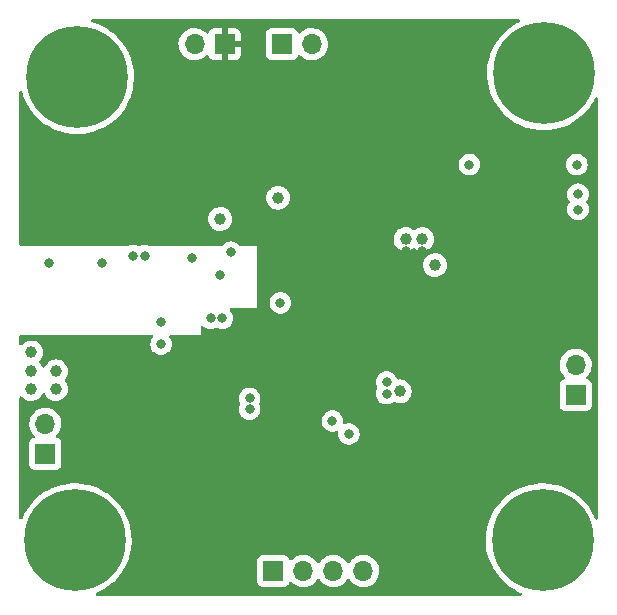
<source format=gbr>
%TF.GenerationSoftware,KiCad,Pcbnew,(6.0.7)*%
%TF.CreationDate,2023-05-29T18:59:42-07:00*%
%TF.ProjectId,STM32F4_Breakout,53544d33-3246-4345-9f42-7265616b6f75,rev?*%
%TF.SameCoordinates,Original*%
%TF.FileFunction,Copper,L3,Inr*%
%TF.FilePolarity,Positive*%
%FSLAX46Y46*%
G04 Gerber Fmt 4.6, Leading zero omitted, Abs format (unit mm)*
G04 Created by KiCad (PCBNEW (6.0.7)) date 2023-05-29 18:59:42*
%MOMM*%
%LPD*%
G01*
G04 APERTURE LIST*
%TA.AperFunction,ComponentPad*%
%ADD10R,1.700000X1.700000*%
%TD*%
%TA.AperFunction,ComponentPad*%
%ADD11O,1.700000X1.700000*%
%TD*%
%TA.AperFunction,ComponentPad*%
%ADD12C,0.900000*%
%TD*%
%TA.AperFunction,ComponentPad*%
%ADD13C,8.600000*%
%TD*%
%TA.AperFunction,ViaPad*%
%ADD14C,0.800000*%
%TD*%
%TA.AperFunction,ViaPad*%
%ADD15C,1.000000*%
%TD*%
G04 APERTURE END LIST*
D10*
%TO.N,VCC*%
%TO.C,J1*%
X63100000Y-77075000D03*
D11*
%TO.N,GND*%
X63100000Y-74535000D03*
%TD*%
D10*
%TO.N,+3V3*%
%TO.C,J3*%
X78275000Y-42400000D03*
D11*
%TO.N,GND*%
X75735000Y-42400000D03*
%TD*%
D12*
%TO.N,GND*%
%TO.C,H2*%
X107480419Y-82119581D03*
X105200000Y-87625000D03*
X101975000Y-84400000D03*
X107480419Y-86680419D03*
D13*
X105200000Y-84400000D03*
D12*
X102919581Y-82119581D03*
X105200000Y-81175000D03*
X102919581Y-86680419D03*
X108425000Y-84400000D03*
%TD*%
D10*
%TO.N,USART1_TX*%
%TO.C,J6*%
X108000000Y-72100000D03*
D11*
%TO.N,USART1_RX*%
X108000000Y-69560000D03*
%TD*%
D12*
%TO.N,GND*%
%TO.C,H3*%
X103039162Y-47160838D03*
X108544581Y-44880419D03*
X107600000Y-47160838D03*
X102094581Y-44880419D03*
X105319581Y-48105419D03*
X107600000Y-42600000D03*
X105319581Y-41655419D03*
D13*
X105319581Y-44880419D03*
D12*
X103039162Y-42600000D03*
%TD*%
D10*
%TO.N,SPI1_CS*%
%TO.C,J5*%
X82400000Y-87000000D03*
D11*
%TO.N,SPI1_SCK*%
X84940000Y-87000000D03*
%TO.N,SPI1_MISO*%
X87480000Y-87000000D03*
%TO.N,SPI1_MOSI*%
X90020000Y-87000000D03*
%TD*%
D12*
%TO.N,GND*%
%TO.C,H4*%
X69025000Y-45200000D03*
X63519581Y-47480419D03*
X68080419Y-42919581D03*
X65800000Y-41975000D03*
D13*
X65800000Y-45200000D03*
D12*
X68080419Y-47480419D03*
X65800000Y-48425000D03*
X62575000Y-45200000D03*
X63519581Y-42919581D03*
%TD*%
%TO.N,GND*%
%TO.C,H1*%
X67880419Y-86680419D03*
X68825000Y-84400000D03*
X63319581Y-86680419D03*
X65600000Y-87625000D03*
X62375000Y-84400000D03*
D13*
X65600000Y-84400000D03*
D12*
X67880419Y-82119581D03*
X65600000Y-81175000D03*
X63319581Y-82119581D03*
%TD*%
D10*
%TO.N,I2C1_SDA*%
%TO.C,J2*%
X83125000Y-42400000D03*
D11*
%TO.N,I2C1_SCL*%
X85665000Y-42400000D03*
%TD*%
D14*
%TO.N,GND*%
X92000000Y-71000000D03*
X108200000Y-55100000D03*
X80400000Y-72400000D03*
D15*
X93600000Y-58900000D03*
D14*
X72900000Y-65900000D03*
X108200000Y-56400000D03*
D15*
X93100000Y-71800000D03*
X61900000Y-68500000D03*
X95000000Y-58900000D03*
D14*
X87400000Y-74300000D03*
D15*
X61900000Y-71600000D03*
D14*
X88800000Y-75400000D03*
D15*
X77900000Y-57200000D03*
D14*
X71500000Y-60300000D03*
X92000000Y-72000000D03*
D15*
X96100000Y-61100000D03*
D14*
X70500000Y-60300000D03*
D15*
X64000000Y-70100000D03*
D14*
X108100000Y-52600000D03*
X78800000Y-60000000D03*
X80400000Y-73300000D03*
D15*
X82800000Y-55400000D03*
D14*
X78100000Y-65600000D03*
X72900000Y-67800000D03*
D15*
X61900000Y-70100000D03*
D14*
X75500000Y-60500000D03*
D15*
X64000000Y-71600000D03*
D14*
X77100000Y-65600000D03*
%TO.N,+3V3*%
X67900000Y-58600000D03*
X78200000Y-68900000D03*
D15*
X80700000Y-55300000D03*
D14*
X90100000Y-73000000D03*
X76800000Y-70300000D03*
X82400000Y-74400000D03*
X82400000Y-75400000D03*
X67900000Y-60900000D03*
X90100000Y-73900000D03*
D15*
X77900000Y-58800000D03*
D14*
X86700000Y-53500000D03*
X95000000Y-59900000D03*
X106200000Y-59400000D03*
X78200000Y-70100000D03*
X63400000Y-58700000D03*
X93600000Y-59900000D03*
X68400000Y-56300000D03*
D15*
X81900000Y-54300000D03*
D14*
X77880356Y-61975111D03*
X83600000Y-53500000D03*
X62700000Y-56400000D03*
X63400000Y-60900000D03*
%TO.N,NRST*%
X83000000Y-64300000D03*
X99000000Y-52600000D03*
%TD*%
%TA.AperFunction,Conductor*%
%TO.N,+3V3*%
G36*
X103245033Y-40328502D02*
G01*
X103291526Y-40382158D01*
X103301630Y-40452432D01*
X103272136Y-40517012D01*
X103229663Y-40548926D01*
X103111942Y-40603196D01*
X103109519Y-40604586D01*
X103109516Y-40604588D01*
X103049429Y-40639070D01*
X102740461Y-40816376D01*
X102738158Y-40817985D01*
X102738151Y-40817990D01*
X102404012Y-41051522D01*
X102389401Y-41061734D01*
X102061542Y-41337328D01*
X101759480Y-41640976D01*
X101485606Y-41970274D01*
X101484012Y-41972581D01*
X101484010Y-41972583D01*
X101368208Y-42140135D01*
X101242089Y-42322613D01*
X101030857Y-42695205D01*
X101029698Y-42697754D01*
X101029696Y-42697758D01*
X101004011Y-42754250D01*
X100853583Y-43085099D01*
X100852661Y-43087725D01*
X100852656Y-43087737D01*
X100777593Y-43301486D01*
X100711670Y-43489209D01*
X100710979Y-43491929D01*
X100710978Y-43491933D01*
X100643279Y-43758500D01*
X100606242Y-43904333D01*
X100538133Y-44327187D01*
X100507883Y-44754420D01*
X100515732Y-45182652D01*
X100561617Y-45608490D01*
X100645175Y-46028563D01*
X100765744Y-46439546D01*
X100766771Y-46442159D01*
X100766771Y-46442160D01*
X100872539Y-46711355D01*
X100922370Y-46838184D01*
X100923625Y-46840695D01*
X101091742Y-47177150D01*
X101113812Y-47221320D01*
X101338555Y-47585921D01*
X101594820Y-47929101D01*
X101596681Y-47931179D01*
X101596682Y-47931180D01*
X101878708Y-48246056D01*
X101878714Y-48246062D01*
X101880576Y-48248141D01*
X102193562Y-48540517D01*
X102531300Y-48803912D01*
X102891114Y-49036241D01*
X102893593Y-49037545D01*
X102893596Y-49037547D01*
X103267658Y-49234351D01*
X103267664Y-49234354D01*
X103270158Y-49235666D01*
X103272756Y-49236750D01*
X103272760Y-49236752D01*
X103662844Y-49399528D01*
X103662849Y-49399530D01*
X103665428Y-49400606D01*
X103668093Y-49401449D01*
X103668099Y-49401451D01*
X103890142Y-49471673D01*
X104073795Y-49529755D01*
X104076525Y-49530358D01*
X104076526Y-49530358D01*
X104194178Y-49556333D01*
X104492027Y-49622092D01*
X104494801Y-49622450D01*
X104494802Y-49622450D01*
X104914041Y-49676528D01*
X104914048Y-49676529D01*
X104916811Y-49676885D01*
X104919598Y-49676995D01*
X104919604Y-49676995D01*
X105167819Y-49686747D01*
X105344784Y-49693700D01*
X105347576Y-49693561D01*
X105347581Y-49693561D01*
X105769753Y-49672544D01*
X105769762Y-49672543D01*
X105772557Y-49672404D01*
X105775334Y-49672016D01*
X105775336Y-49672016D01*
X105849647Y-49661638D01*
X106196744Y-49613166D01*
X106613985Y-49516455D01*
X106827888Y-49446334D01*
X107018325Y-49383906D01*
X107018331Y-49383904D01*
X107020978Y-49383036D01*
X107414499Y-49213966D01*
X107791433Y-49010583D01*
X108148795Y-48774499D01*
X108483756Y-48507581D01*
X108793663Y-48211944D01*
X108795500Y-48209850D01*
X108795508Y-48209841D01*
X109074216Y-47892035D01*
X109076063Y-47889929D01*
X109095250Y-47863666D01*
X109327071Y-47546342D01*
X109328720Y-47544085D01*
X109330637Y-47540901D01*
X109548182Y-47179561D01*
X109548187Y-47179552D01*
X109549633Y-47177150D01*
X109652204Y-46966381D01*
X109699998Y-46913881D01*
X109768588Y-46895555D01*
X109836198Y-46917221D01*
X109881362Y-46972000D01*
X109891500Y-47021517D01*
X109891500Y-82526676D01*
X109871498Y-82594797D01*
X109817842Y-82641290D01*
X109747568Y-82651394D01*
X109682988Y-82621900D01*
X109649473Y-82575807D01*
X109545550Y-82330384D01*
X109545548Y-82330379D01*
X109544456Y-82327801D01*
X109343050Y-81949807D01*
X109108840Y-81591214D01*
X108843680Y-81254860D01*
X108549670Y-80943409D01*
X108547579Y-80941556D01*
X108547571Y-80941548D01*
X108231237Y-80661188D01*
X108231235Y-80661186D01*
X108229137Y-80659327D01*
X107884621Y-80404863D01*
X107691733Y-80287355D01*
X107521237Y-80183487D01*
X107521230Y-80183483D01*
X107518848Y-80182032D01*
X107401514Y-80124169D01*
X107137228Y-79993838D01*
X107134714Y-79992598D01*
X106735262Y-79838062D01*
X106488678Y-79767122D01*
X106326335Y-79720417D01*
X106326329Y-79720415D01*
X106323654Y-79719646D01*
X106320917Y-79719117D01*
X106320911Y-79719115D01*
X106175828Y-79691046D01*
X105903148Y-79638289D01*
X105900374Y-79638005D01*
X105900362Y-79638003D01*
X105617111Y-79608982D01*
X105477076Y-79594634D01*
X105474286Y-79594597D01*
X105474278Y-79594597D01*
X105206825Y-79591096D01*
X105048809Y-79589028D01*
X105046009Y-79589241D01*
X105046008Y-79589241D01*
X104971364Y-79594919D01*
X104621740Y-79621514D01*
X104199249Y-79691836D01*
X104113671Y-79714048D01*
X103787400Y-79798731D01*
X103787389Y-79798734D01*
X103784682Y-79799437D01*
X103526575Y-79891599D01*
X103383964Y-79942520D01*
X103383959Y-79942522D01*
X103381321Y-79943464D01*
X103378781Y-79944635D01*
X103378776Y-79944637D01*
X103276930Y-79991589D01*
X102992361Y-80122777D01*
X102620880Y-80335957D01*
X102618577Y-80337566D01*
X102618570Y-80337571D01*
X102272129Y-80579701D01*
X102269820Y-80581315D01*
X101941961Y-80856909D01*
X101639899Y-81160557D01*
X101366025Y-81489855D01*
X101122508Y-81842194D01*
X100911276Y-82214786D01*
X100734002Y-82604680D01*
X100733080Y-82607306D01*
X100733075Y-82607318D01*
X100719807Y-82645101D01*
X100592089Y-83008790D01*
X100486661Y-83423914D01*
X100418552Y-83846768D01*
X100388302Y-84274001D01*
X100396151Y-84702233D01*
X100442036Y-85128071D01*
X100525594Y-85548144D01*
X100646163Y-85959127D01*
X100647190Y-85961740D01*
X100647190Y-85961741D01*
X100797625Y-86344621D01*
X100802789Y-86357765D01*
X100804044Y-86360276D01*
X100972161Y-86696731D01*
X100994231Y-86740901D01*
X101218974Y-87105502D01*
X101475239Y-87448682D01*
X101477100Y-87450760D01*
X101477101Y-87450761D01*
X101759127Y-87765637D01*
X101759133Y-87765643D01*
X101760995Y-87767722D01*
X102073981Y-88060098D01*
X102411719Y-88323493D01*
X102771533Y-88555822D01*
X102774012Y-88557126D01*
X102774015Y-88557128D01*
X103148077Y-88753932D01*
X103148083Y-88753935D01*
X103150577Y-88755247D01*
X103153175Y-88756331D01*
X103153179Y-88756333D01*
X103375774Y-88849218D01*
X103430938Y-88893911D01*
X103453182Y-88961332D01*
X103435444Y-89030077D01*
X103383356Y-89078320D01*
X103327251Y-89091500D01*
X67474228Y-89091500D01*
X67406107Y-89071498D01*
X67359614Y-89017842D01*
X67349510Y-88947568D01*
X67379004Y-88882988D01*
X67424490Y-88849732D01*
X67425687Y-88849218D01*
X67694918Y-88733547D01*
X68071852Y-88530164D01*
X68429214Y-88294080D01*
X68764175Y-88027162D01*
X68899431Y-87898134D01*
X81041500Y-87898134D01*
X81048255Y-87960316D01*
X81099385Y-88096705D01*
X81186739Y-88213261D01*
X81303295Y-88300615D01*
X81439684Y-88351745D01*
X81501866Y-88358500D01*
X83298134Y-88358500D01*
X83360316Y-88351745D01*
X83496705Y-88300615D01*
X83613261Y-88213261D01*
X83700615Y-88096705D01*
X83722799Y-88037529D01*
X83744598Y-87979382D01*
X83787240Y-87922618D01*
X83853802Y-87897918D01*
X83923150Y-87913126D01*
X83957817Y-87941114D01*
X83986250Y-87973938D01*
X84092113Y-88061827D01*
X84150420Y-88110234D01*
X84158126Y-88116632D01*
X84351000Y-88229338D01*
X84559692Y-88309030D01*
X84564760Y-88310061D01*
X84564763Y-88310062D01*
X84672017Y-88331883D01*
X84778597Y-88353567D01*
X84783772Y-88353757D01*
X84783774Y-88353757D01*
X84996673Y-88361564D01*
X84996677Y-88361564D01*
X85001837Y-88361753D01*
X85006957Y-88361097D01*
X85006959Y-88361097D01*
X85218288Y-88334025D01*
X85218289Y-88334025D01*
X85223416Y-88333368D01*
X85228366Y-88331883D01*
X85432429Y-88270661D01*
X85432434Y-88270659D01*
X85437384Y-88269174D01*
X85637994Y-88170896D01*
X85819860Y-88041173D01*
X85978096Y-87883489D01*
X86108453Y-87702077D01*
X86109776Y-87703028D01*
X86156645Y-87659857D01*
X86226580Y-87647625D01*
X86292026Y-87675144D01*
X86319875Y-87706994D01*
X86379987Y-87805088D01*
X86526250Y-87973938D01*
X86632113Y-88061827D01*
X86690420Y-88110234D01*
X86698126Y-88116632D01*
X86891000Y-88229338D01*
X87099692Y-88309030D01*
X87104760Y-88310061D01*
X87104763Y-88310062D01*
X87212017Y-88331883D01*
X87318597Y-88353567D01*
X87323772Y-88353757D01*
X87323774Y-88353757D01*
X87536673Y-88361564D01*
X87536677Y-88361564D01*
X87541837Y-88361753D01*
X87546957Y-88361097D01*
X87546959Y-88361097D01*
X87758288Y-88334025D01*
X87758289Y-88334025D01*
X87763416Y-88333368D01*
X87768366Y-88331883D01*
X87972429Y-88270661D01*
X87972434Y-88270659D01*
X87977384Y-88269174D01*
X88177994Y-88170896D01*
X88359860Y-88041173D01*
X88518096Y-87883489D01*
X88648453Y-87702077D01*
X88649776Y-87703028D01*
X88696645Y-87659857D01*
X88766580Y-87647625D01*
X88832026Y-87675144D01*
X88859875Y-87706994D01*
X88919987Y-87805088D01*
X89066250Y-87973938D01*
X89172113Y-88061827D01*
X89230420Y-88110234D01*
X89238126Y-88116632D01*
X89431000Y-88229338D01*
X89639692Y-88309030D01*
X89644760Y-88310061D01*
X89644763Y-88310062D01*
X89752017Y-88331883D01*
X89858597Y-88353567D01*
X89863772Y-88353757D01*
X89863774Y-88353757D01*
X90076673Y-88361564D01*
X90076677Y-88361564D01*
X90081837Y-88361753D01*
X90086957Y-88361097D01*
X90086959Y-88361097D01*
X90298288Y-88334025D01*
X90298289Y-88334025D01*
X90303416Y-88333368D01*
X90308366Y-88331883D01*
X90512429Y-88270661D01*
X90512434Y-88270659D01*
X90517384Y-88269174D01*
X90717994Y-88170896D01*
X90899860Y-88041173D01*
X91058096Y-87883489D01*
X91188453Y-87702077D01*
X91209320Y-87659857D01*
X91285136Y-87506453D01*
X91285137Y-87506451D01*
X91287430Y-87501811D01*
X91352370Y-87288069D01*
X91381529Y-87066590D01*
X91383156Y-87000000D01*
X91364852Y-86777361D01*
X91310431Y-86560702D01*
X91221354Y-86355840D01*
X91100014Y-86168277D01*
X90949670Y-86003051D01*
X90945619Y-85999852D01*
X90945615Y-85999848D01*
X90778414Y-85867800D01*
X90778410Y-85867798D01*
X90774359Y-85864598D01*
X90578789Y-85756638D01*
X90573920Y-85754914D01*
X90573916Y-85754912D01*
X90373087Y-85683795D01*
X90373083Y-85683794D01*
X90368212Y-85682069D01*
X90363119Y-85681162D01*
X90363116Y-85681161D01*
X90153373Y-85643800D01*
X90153367Y-85643799D01*
X90148284Y-85642894D01*
X90074452Y-85641992D01*
X89930081Y-85640228D01*
X89930079Y-85640228D01*
X89924911Y-85640165D01*
X89704091Y-85673955D01*
X89491756Y-85743357D01*
X89293607Y-85846507D01*
X89289474Y-85849610D01*
X89289471Y-85849612D01*
X89203753Y-85913971D01*
X89114965Y-85980635D01*
X89111393Y-85984373D01*
X89003729Y-86097037D01*
X88960629Y-86142138D01*
X88853201Y-86299621D01*
X88798293Y-86344621D01*
X88727768Y-86352792D01*
X88664021Y-86321538D01*
X88643324Y-86297054D01*
X88562822Y-86172617D01*
X88562820Y-86172614D01*
X88560014Y-86168277D01*
X88409670Y-86003051D01*
X88405619Y-85999852D01*
X88405615Y-85999848D01*
X88238414Y-85867800D01*
X88238410Y-85867798D01*
X88234359Y-85864598D01*
X88038789Y-85756638D01*
X88033920Y-85754914D01*
X88033916Y-85754912D01*
X87833087Y-85683795D01*
X87833083Y-85683794D01*
X87828212Y-85682069D01*
X87823119Y-85681162D01*
X87823116Y-85681161D01*
X87613373Y-85643800D01*
X87613367Y-85643799D01*
X87608284Y-85642894D01*
X87534452Y-85641992D01*
X87390081Y-85640228D01*
X87390079Y-85640228D01*
X87384911Y-85640165D01*
X87164091Y-85673955D01*
X86951756Y-85743357D01*
X86753607Y-85846507D01*
X86749474Y-85849610D01*
X86749471Y-85849612D01*
X86663753Y-85913971D01*
X86574965Y-85980635D01*
X86571393Y-85984373D01*
X86463729Y-86097037D01*
X86420629Y-86142138D01*
X86313201Y-86299621D01*
X86258293Y-86344621D01*
X86187768Y-86352792D01*
X86124021Y-86321538D01*
X86103324Y-86297054D01*
X86022822Y-86172617D01*
X86022820Y-86172614D01*
X86020014Y-86168277D01*
X85869670Y-86003051D01*
X85865619Y-85999852D01*
X85865615Y-85999848D01*
X85698414Y-85867800D01*
X85698410Y-85867798D01*
X85694359Y-85864598D01*
X85498789Y-85756638D01*
X85493920Y-85754914D01*
X85493916Y-85754912D01*
X85293087Y-85683795D01*
X85293083Y-85683794D01*
X85288212Y-85682069D01*
X85283119Y-85681162D01*
X85283116Y-85681161D01*
X85073373Y-85643800D01*
X85073367Y-85643799D01*
X85068284Y-85642894D01*
X84994452Y-85641992D01*
X84850081Y-85640228D01*
X84850079Y-85640228D01*
X84844911Y-85640165D01*
X84624091Y-85673955D01*
X84411756Y-85743357D01*
X84213607Y-85846507D01*
X84209474Y-85849610D01*
X84209471Y-85849612D01*
X84123753Y-85913971D01*
X84034965Y-85980635D01*
X83978537Y-86039684D01*
X83954283Y-86065064D01*
X83892759Y-86100494D01*
X83821846Y-86097037D01*
X83764060Y-86055791D01*
X83745207Y-86022243D01*
X83703767Y-85911703D01*
X83700615Y-85903295D01*
X83613261Y-85786739D01*
X83496705Y-85699385D01*
X83360316Y-85648255D01*
X83298134Y-85641500D01*
X81501866Y-85641500D01*
X81439684Y-85648255D01*
X81303295Y-85699385D01*
X81186739Y-85786739D01*
X81099385Y-85903295D01*
X81048255Y-86039684D01*
X81041500Y-86101866D01*
X81041500Y-87898134D01*
X68899431Y-87898134D01*
X69074082Y-87731525D01*
X69075919Y-87729431D01*
X69075927Y-87729422D01*
X69354635Y-87411616D01*
X69356482Y-87409510D01*
X69609139Y-87063666D01*
X69610585Y-87061265D01*
X69828601Y-86699142D01*
X69828606Y-86699133D01*
X69830052Y-86696731D01*
X70017471Y-86311611D01*
X70143528Y-85980635D01*
X70168918Y-85913971D01*
X70168920Y-85913964D01*
X70169914Y-85911355D01*
X70286173Y-85499132D01*
X70355433Y-85130822D01*
X70364811Y-85080954D01*
X70364813Y-85080942D01*
X70365327Y-85078207D01*
X70406750Y-84651911D01*
X70412782Y-84421588D01*
X70413289Y-84402234D01*
X70413289Y-84402220D01*
X70413347Y-84400000D01*
X70394291Y-83972121D01*
X70337275Y-83547630D01*
X70308666Y-83421193D01*
X70243368Y-83132618D01*
X70243368Y-83132617D01*
X70242750Y-83129887D01*
X70111463Y-82722202D01*
X69944456Y-82327801D01*
X69743050Y-81949807D01*
X69508840Y-81591214D01*
X69243680Y-81254860D01*
X68949670Y-80943409D01*
X68947579Y-80941556D01*
X68947571Y-80941548D01*
X68631237Y-80661188D01*
X68631235Y-80661186D01*
X68629137Y-80659327D01*
X68284621Y-80404863D01*
X68091733Y-80287355D01*
X67921237Y-80183487D01*
X67921230Y-80183483D01*
X67918848Y-80182032D01*
X67801514Y-80124169D01*
X67537228Y-79993838D01*
X67534714Y-79992598D01*
X67135262Y-79838062D01*
X66888678Y-79767122D01*
X66726335Y-79720417D01*
X66726329Y-79720415D01*
X66723654Y-79719646D01*
X66720917Y-79719117D01*
X66720911Y-79719115D01*
X66575828Y-79691046D01*
X66303148Y-79638289D01*
X66300374Y-79638005D01*
X66300362Y-79638003D01*
X66017111Y-79608982D01*
X65877076Y-79594634D01*
X65874286Y-79594597D01*
X65874278Y-79594597D01*
X65606825Y-79591096D01*
X65448809Y-79589028D01*
X65446009Y-79589241D01*
X65446008Y-79589241D01*
X65371364Y-79594919D01*
X65021740Y-79621514D01*
X64599249Y-79691836D01*
X64513671Y-79714048D01*
X64187400Y-79798731D01*
X64187389Y-79798734D01*
X64184682Y-79799437D01*
X63926575Y-79891599D01*
X63783964Y-79942520D01*
X63783959Y-79942522D01*
X63781321Y-79943464D01*
X63778781Y-79944635D01*
X63778776Y-79944637D01*
X63676930Y-79991589D01*
X63392361Y-80122777D01*
X63020880Y-80335957D01*
X63018577Y-80337566D01*
X63018570Y-80337571D01*
X62672129Y-80579701D01*
X62669820Y-80581315D01*
X62341961Y-80856909D01*
X62039899Y-81160557D01*
X61766025Y-81489855D01*
X61522508Y-81842194D01*
X61311276Y-82214786D01*
X61172913Y-82519101D01*
X61149201Y-82571252D01*
X61102797Y-82624985D01*
X61034710Y-82645101D01*
X60966556Y-82625212D01*
X60919974Y-82571634D01*
X60908500Y-82519101D01*
X60908500Y-74501695D01*
X61737251Y-74501695D01*
X61737548Y-74506848D01*
X61737548Y-74506851D01*
X61749680Y-74717251D01*
X61750110Y-74724715D01*
X61751247Y-74729761D01*
X61751248Y-74729767D01*
X61771119Y-74817939D01*
X61799222Y-74942639D01*
X61883266Y-75149616D01*
X61999987Y-75340088D01*
X62146250Y-75508938D01*
X62150230Y-75512242D01*
X62154981Y-75516187D01*
X62194616Y-75575090D01*
X62196113Y-75646071D01*
X62158997Y-75706593D01*
X62118724Y-75731112D01*
X62003295Y-75774385D01*
X61886739Y-75861739D01*
X61799385Y-75978295D01*
X61748255Y-76114684D01*
X61741500Y-76176866D01*
X61741500Y-77973134D01*
X61748255Y-78035316D01*
X61799385Y-78171705D01*
X61886739Y-78288261D01*
X62003295Y-78375615D01*
X62139684Y-78426745D01*
X62201866Y-78433500D01*
X63998134Y-78433500D01*
X64060316Y-78426745D01*
X64196705Y-78375615D01*
X64313261Y-78288261D01*
X64400615Y-78171705D01*
X64451745Y-78035316D01*
X64458500Y-77973134D01*
X64458500Y-76176866D01*
X64451745Y-76114684D01*
X64400615Y-75978295D01*
X64313261Y-75861739D01*
X64196705Y-75774385D01*
X64184132Y-75769672D01*
X64078203Y-75729960D01*
X64021439Y-75687318D01*
X63996739Y-75620756D01*
X64011947Y-75551408D01*
X64033493Y-75522727D01*
X64134435Y-75422137D01*
X64138096Y-75418489D01*
X64197594Y-75335689D01*
X64265435Y-75241277D01*
X64268453Y-75237077D01*
X64284903Y-75203794D01*
X64365136Y-75041453D01*
X64365137Y-75041451D01*
X64367430Y-75036811D01*
X64426663Y-74841852D01*
X64430865Y-74828023D01*
X64430865Y-74828021D01*
X64432370Y-74823069D01*
X64461529Y-74601590D01*
X64463156Y-74535000D01*
X64444852Y-74312361D01*
X64441747Y-74300000D01*
X86486496Y-74300000D01*
X86506458Y-74489928D01*
X86565473Y-74671556D01*
X86660960Y-74836944D01*
X86788747Y-74978866D01*
X86943248Y-75091118D01*
X86949276Y-75093802D01*
X86949278Y-75093803D01*
X87111681Y-75166109D01*
X87117712Y-75168794D01*
X87211113Y-75188647D01*
X87298056Y-75207128D01*
X87298061Y-75207128D01*
X87304513Y-75208500D01*
X87495487Y-75208500D01*
X87501939Y-75207128D01*
X87501944Y-75207128D01*
X87588887Y-75188647D01*
X87682288Y-75168794D01*
X87688321Y-75166108D01*
X87688327Y-75166106D01*
X87722646Y-75150827D01*
X87793013Y-75141393D01*
X87857310Y-75171500D01*
X87895122Y-75231590D01*
X87899203Y-75279102D01*
X87886496Y-75400000D01*
X87887186Y-75406565D01*
X87898708Y-75516187D01*
X87906458Y-75589928D01*
X87965473Y-75771556D01*
X88060960Y-75936944D01*
X88065378Y-75941851D01*
X88065379Y-75941852D01*
X88105763Y-75986703D01*
X88188747Y-76078866D01*
X88343248Y-76191118D01*
X88349276Y-76193802D01*
X88349278Y-76193803D01*
X88511681Y-76266109D01*
X88517712Y-76268794D01*
X88611113Y-76288647D01*
X88698056Y-76307128D01*
X88698061Y-76307128D01*
X88704513Y-76308500D01*
X88895487Y-76308500D01*
X88901939Y-76307128D01*
X88901944Y-76307128D01*
X88988887Y-76288647D01*
X89082288Y-76268794D01*
X89088319Y-76266109D01*
X89250722Y-76193803D01*
X89250724Y-76193802D01*
X89256752Y-76191118D01*
X89411253Y-76078866D01*
X89494237Y-75986703D01*
X89534621Y-75941852D01*
X89534622Y-75941851D01*
X89539040Y-75936944D01*
X89634527Y-75771556D01*
X89693542Y-75589928D01*
X89701293Y-75516187D01*
X89712814Y-75406565D01*
X89713504Y-75400000D01*
X89693542Y-75210072D01*
X89634527Y-75028444D01*
X89539040Y-74863056D01*
X89411253Y-74721134D01*
X89256752Y-74608882D01*
X89250724Y-74606198D01*
X89250722Y-74606197D01*
X89088319Y-74533891D01*
X89088318Y-74533891D01*
X89082288Y-74531206D01*
X88988887Y-74511353D01*
X88901944Y-74492872D01*
X88901939Y-74492872D01*
X88895487Y-74491500D01*
X88704513Y-74491500D01*
X88698061Y-74492872D01*
X88698056Y-74492872D01*
X88611113Y-74511353D01*
X88517712Y-74531206D01*
X88511679Y-74533892D01*
X88511673Y-74533894D01*
X88477354Y-74549173D01*
X88406987Y-74558607D01*
X88342690Y-74528500D01*
X88304878Y-74468410D01*
X88300797Y-74420898D01*
X88313504Y-74300000D01*
X88293542Y-74110072D01*
X88234527Y-73928444D01*
X88139040Y-73763056D01*
X88058315Y-73673401D01*
X88015675Y-73626045D01*
X88015674Y-73626044D01*
X88011253Y-73621134D01*
X87856752Y-73508882D01*
X87850724Y-73506198D01*
X87850722Y-73506197D01*
X87688319Y-73433891D01*
X87688318Y-73433891D01*
X87682288Y-73431206D01*
X87588887Y-73411353D01*
X87501944Y-73392872D01*
X87501939Y-73392872D01*
X87495487Y-73391500D01*
X87304513Y-73391500D01*
X87298061Y-73392872D01*
X87298056Y-73392872D01*
X87211113Y-73411353D01*
X87117712Y-73431206D01*
X87111682Y-73433891D01*
X87111681Y-73433891D01*
X86949278Y-73506197D01*
X86949276Y-73506198D01*
X86943248Y-73508882D01*
X86788747Y-73621134D01*
X86784326Y-73626044D01*
X86784325Y-73626045D01*
X86741686Y-73673401D01*
X86660960Y-73763056D01*
X86565473Y-73928444D01*
X86506458Y-74110072D01*
X86486496Y-74300000D01*
X64441747Y-74300000D01*
X64390431Y-74095702D01*
X64301354Y-73890840D01*
X64180014Y-73703277D01*
X64029670Y-73538051D01*
X64025619Y-73534852D01*
X64025615Y-73534848D01*
X63858414Y-73402800D01*
X63858410Y-73402798D01*
X63854359Y-73399598D01*
X63839690Y-73391500D01*
X63802136Y-73370769D01*
X63673937Y-73300000D01*
X79486496Y-73300000D01*
X79487186Y-73306565D01*
X79502535Y-73452598D01*
X79506458Y-73489928D01*
X79565473Y-73671556D01*
X79660960Y-73836944D01*
X79665378Y-73841851D01*
X79665379Y-73841852D01*
X79683232Y-73861680D01*
X79788747Y-73978866D01*
X79943248Y-74091118D01*
X79949276Y-74093802D01*
X79949278Y-74093803D01*
X80000560Y-74116635D01*
X80117712Y-74168794D01*
X80211113Y-74188647D01*
X80298056Y-74207128D01*
X80298061Y-74207128D01*
X80304513Y-74208500D01*
X80495487Y-74208500D01*
X80501939Y-74207128D01*
X80501944Y-74207128D01*
X80588887Y-74188647D01*
X80682288Y-74168794D01*
X80799440Y-74116635D01*
X80850722Y-74093803D01*
X80850724Y-74093802D01*
X80856752Y-74091118D01*
X81011253Y-73978866D01*
X81116768Y-73861680D01*
X81134621Y-73841852D01*
X81134622Y-73841851D01*
X81139040Y-73836944D01*
X81234527Y-73671556D01*
X81293542Y-73489928D01*
X81297466Y-73452598D01*
X81312814Y-73306565D01*
X81313504Y-73300000D01*
X81303403Y-73203891D01*
X81294232Y-73116635D01*
X81294232Y-73116633D01*
X81293542Y-73110072D01*
X81234527Y-72928444D01*
X81225611Y-72913001D01*
X81208872Y-72844007D01*
X81225611Y-72786998D01*
X81231224Y-72777277D01*
X81234527Y-72771556D01*
X81293542Y-72589928D01*
X81313504Y-72400000D01*
X81293542Y-72210072D01*
X81234527Y-72028444D01*
X81225137Y-72012179D01*
X81218105Y-72000000D01*
X91086496Y-72000000D01*
X91106458Y-72189928D01*
X91165473Y-72371556D01*
X91260960Y-72536944D01*
X91265378Y-72541851D01*
X91265379Y-72541852D01*
X91316346Y-72598457D01*
X91388747Y-72678866D01*
X91475667Y-72742017D01*
X91524198Y-72777277D01*
X91543248Y-72791118D01*
X91549276Y-72793802D01*
X91549278Y-72793803D01*
X91688960Y-72855993D01*
X91717712Y-72868794D01*
X91811113Y-72888647D01*
X91898056Y-72907128D01*
X91898061Y-72907128D01*
X91904513Y-72908500D01*
X92095487Y-72908500D01*
X92101939Y-72907128D01*
X92101944Y-72907128D01*
X92188887Y-72888647D01*
X92282288Y-72868794D01*
X92311040Y-72855993D01*
X92450722Y-72793803D01*
X92450724Y-72793802D01*
X92456752Y-72791118D01*
X92462093Y-72787237D01*
X92462099Y-72787234D01*
X92543459Y-72728123D01*
X92610326Y-72704264D01*
X92678988Y-72720070D01*
X92694294Y-72728624D01*
X92882392Y-72789740D01*
X93078777Y-72813158D01*
X93084912Y-72812686D01*
X93084914Y-72812686D01*
X93269830Y-72798457D01*
X93269834Y-72798456D01*
X93275972Y-72797984D01*
X93466463Y-72744798D01*
X93471967Y-72742018D01*
X93471969Y-72742017D01*
X93637495Y-72658404D01*
X93637497Y-72658403D01*
X93642996Y-72655625D01*
X93798847Y-72533861D01*
X93908726Y-72406565D01*
X93924049Y-72388813D01*
X93924050Y-72388811D01*
X93928078Y-72384145D01*
X94025769Y-72212179D01*
X94088197Y-72024513D01*
X94112985Y-71828295D01*
X94113380Y-71800000D01*
X94094080Y-71603167D01*
X94036916Y-71413831D01*
X93944066Y-71239204D01*
X93873709Y-71152938D01*
X93822960Y-71090713D01*
X93822957Y-71090710D01*
X93819065Y-71085938D01*
X93814316Y-71082009D01*
X93671425Y-70963799D01*
X93671421Y-70963797D01*
X93666675Y-70959870D01*
X93492701Y-70865802D01*
X93303768Y-70807318D01*
X93297643Y-70806674D01*
X93297642Y-70806674D01*
X93113204Y-70787289D01*
X93113202Y-70787289D01*
X93107075Y-70786645D01*
X93078638Y-70789233D01*
X92992452Y-70797076D01*
X92922799Y-70783330D01*
X92871635Y-70734109D01*
X92861200Y-70710532D01*
X92836568Y-70634726D01*
X92834527Y-70628444D01*
X92739040Y-70463056D01*
X92724707Y-70447137D01*
X92615675Y-70326045D01*
X92615674Y-70326044D01*
X92611253Y-70321134D01*
X92456752Y-70208882D01*
X92450724Y-70206198D01*
X92450722Y-70206197D01*
X92288319Y-70133891D01*
X92288318Y-70133891D01*
X92282288Y-70131206D01*
X92188888Y-70111353D01*
X92101944Y-70092872D01*
X92101939Y-70092872D01*
X92095487Y-70091500D01*
X91904513Y-70091500D01*
X91898061Y-70092872D01*
X91898056Y-70092872D01*
X91811112Y-70111353D01*
X91717712Y-70131206D01*
X91711682Y-70133891D01*
X91711681Y-70133891D01*
X91549278Y-70206197D01*
X91549276Y-70206198D01*
X91543248Y-70208882D01*
X91388747Y-70321134D01*
X91384326Y-70326044D01*
X91384325Y-70326045D01*
X91275294Y-70447137D01*
X91260960Y-70463056D01*
X91165473Y-70628444D01*
X91106458Y-70810072D01*
X91105768Y-70816633D01*
X91105768Y-70816635D01*
X91098484Y-70885938D01*
X91086496Y-71000000D01*
X91087186Y-71006565D01*
X91100400Y-71132285D01*
X91106458Y-71189928D01*
X91165473Y-71371556D01*
X91168776Y-71377278D01*
X91168777Y-71377279D01*
X91203257Y-71437000D01*
X91219995Y-71505995D01*
X91203257Y-71563000D01*
X91165473Y-71628444D01*
X91106458Y-71810072D01*
X91105768Y-71816633D01*
X91105768Y-71816635D01*
X91094287Y-71925875D01*
X91086496Y-72000000D01*
X81218105Y-72000000D01*
X81142341Y-71868774D01*
X81139040Y-71863056D01*
X81097243Y-71816635D01*
X81015675Y-71726045D01*
X81015674Y-71726044D01*
X81011253Y-71721134D01*
X80892327Y-71634729D01*
X80862094Y-71612763D01*
X80862093Y-71612762D01*
X80856752Y-71608882D01*
X80850724Y-71606198D01*
X80850722Y-71606197D01*
X80688319Y-71533891D01*
X80688318Y-71533891D01*
X80682288Y-71531206D01*
X80588887Y-71511353D01*
X80501944Y-71492872D01*
X80501939Y-71492872D01*
X80495487Y-71491500D01*
X80304513Y-71491500D01*
X80298061Y-71492872D01*
X80298056Y-71492872D01*
X80211113Y-71511353D01*
X80117712Y-71531206D01*
X80111682Y-71533891D01*
X80111681Y-71533891D01*
X79949278Y-71606197D01*
X79949276Y-71606198D01*
X79943248Y-71608882D01*
X79937907Y-71612762D01*
X79937906Y-71612763D01*
X79907673Y-71634729D01*
X79788747Y-71721134D01*
X79784326Y-71726044D01*
X79784325Y-71726045D01*
X79702758Y-71816635D01*
X79660960Y-71863056D01*
X79657659Y-71868774D01*
X79574864Y-72012179D01*
X79565473Y-72028444D01*
X79506458Y-72210072D01*
X79486496Y-72400000D01*
X79506458Y-72589928D01*
X79565473Y-72771556D01*
X79568776Y-72777277D01*
X79574389Y-72786998D01*
X79591128Y-72855993D01*
X79574390Y-72913000D01*
X79565473Y-72928444D01*
X79506458Y-73110072D01*
X79505768Y-73116633D01*
X79505768Y-73116635D01*
X79496597Y-73203891D01*
X79486496Y-73300000D01*
X63673937Y-73300000D01*
X63658789Y-73291638D01*
X63653920Y-73289914D01*
X63653916Y-73289912D01*
X63453087Y-73218795D01*
X63453083Y-73218794D01*
X63448212Y-73217069D01*
X63443119Y-73216162D01*
X63443116Y-73216161D01*
X63233373Y-73178800D01*
X63233367Y-73178799D01*
X63228284Y-73177894D01*
X63154452Y-73176992D01*
X63010081Y-73175228D01*
X63010079Y-73175228D01*
X63004911Y-73175165D01*
X62784091Y-73208955D01*
X62571756Y-73278357D01*
X62373607Y-73381507D01*
X62369474Y-73384610D01*
X62369471Y-73384612D01*
X62220842Y-73496206D01*
X62194965Y-73515635D01*
X62040629Y-73677138D01*
X61914743Y-73861680D01*
X61820688Y-74064305D01*
X61760989Y-74279570D01*
X61737251Y-74501695D01*
X60908500Y-74501695D01*
X60908500Y-72334539D01*
X60928502Y-72266418D01*
X60982158Y-72219925D01*
X61052432Y-72209821D01*
X61117012Y-72239315D01*
X61133245Y-72256275D01*
X61167201Y-72299117D01*
X61167207Y-72299123D01*
X61171035Y-72303953D01*
X61175728Y-72307947D01*
X61175729Y-72307948D01*
X61265261Y-72384145D01*
X61321650Y-72432136D01*
X61494294Y-72528624D01*
X61682392Y-72589740D01*
X61878777Y-72613158D01*
X61884912Y-72612686D01*
X61884914Y-72612686D01*
X62069830Y-72598457D01*
X62069834Y-72598456D01*
X62075972Y-72597984D01*
X62266463Y-72544798D01*
X62271967Y-72542018D01*
X62271969Y-72542017D01*
X62437495Y-72458404D01*
X62437497Y-72458403D01*
X62442996Y-72455625D01*
X62598847Y-72333861D01*
X62699251Y-72217542D01*
X62724049Y-72188813D01*
X62724050Y-72188811D01*
X62728078Y-72184145D01*
X62825769Y-72012179D01*
X62830225Y-71998784D01*
X62870707Y-71940459D01*
X62936295Y-71913280D01*
X63006165Y-71925875D01*
X63058135Y-71974245D01*
X63061849Y-71980962D01*
X63145368Y-72143473D01*
X63145373Y-72143481D01*
X63148187Y-72148956D01*
X63271035Y-72303953D01*
X63275728Y-72307947D01*
X63275729Y-72307948D01*
X63365261Y-72384145D01*
X63421650Y-72432136D01*
X63594294Y-72528624D01*
X63782392Y-72589740D01*
X63978777Y-72613158D01*
X63984912Y-72612686D01*
X63984914Y-72612686D01*
X64169830Y-72598457D01*
X64169834Y-72598456D01*
X64175972Y-72597984D01*
X64366463Y-72544798D01*
X64371967Y-72542018D01*
X64371969Y-72542017D01*
X64537495Y-72458404D01*
X64537497Y-72458403D01*
X64542996Y-72455625D01*
X64698847Y-72333861D01*
X64799251Y-72217542D01*
X64824049Y-72188813D01*
X64824050Y-72188811D01*
X64828078Y-72184145D01*
X64925769Y-72012179D01*
X64988197Y-71824513D01*
X65012985Y-71628295D01*
X65013256Y-71608882D01*
X65013331Y-71603523D01*
X65013331Y-71603520D01*
X65013380Y-71600000D01*
X64994080Y-71403167D01*
X64936916Y-71213831D01*
X64844066Y-71039204D01*
X64754226Y-70929049D01*
X64726672Y-70863618D01*
X64738867Y-70793677D01*
X64756488Y-70767083D01*
X64824049Y-70688813D01*
X64824050Y-70688811D01*
X64828078Y-70684145D01*
X64925769Y-70512179D01*
X64988197Y-70324513D01*
X65012985Y-70128295D01*
X65013380Y-70100000D01*
X64994080Y-69903167D01*
X64936916Y-69713831D01*
X64844066Y-69539204D01*
X64833864Y-69526695D01*
X106637251Y-69526695D01*
X106637548Y-69531848D01*
X106637548Y-69531851D01*
X106643011Y-69626590D01*
X106650110Y-69749715D01*
X106651247Y-69754761D01*
X106651248Y-69754767D01*
X106658080Y-69785080D01*
X106699222Y-69967639D01*
X106783266Y-70174616D01*
X106834019Y-70257438D01*
X106875123Y-70324513D01*
X106899987Y-70365088D01*
X107046250Y-70533938D01*
X107050230Y-70537242D01*
X107054981Y-70541187D01*
X107094616Y-70600090D01*
X107096113Y-70671071D01*
X107058997Y-70731593D01*
X107018724Y-70756112D01*
X106903295Y-70799385D01*
X106786739Y-70886739D01*
X106699385Y-71003295D01*
X106648255Y-71139684D01*
X106641500Y-71201866D01*
X106641500Y-72998134D01*
X106648255Y-73060316D01*
X106699385Y-73196705D01*
X106786739Y-73313261D01*
X106903295Y-73400615D01*
X107039684Y-73451745D01*
X107101866Y-73458500D01*
X108898134Y-73458500D01*
X108960316Y-73451745D01*
X109096705Y-73400615D01*
X109213261Y-73313261D01*
X109300615Y-73196705D01*
X109351745Y-73060316D01*
X109358500Y-72998134D01*
X109358500Y-71201866D01*
X109351745Y-71139684D01*
X109300615Y-71003295D01*
X109213261Y-70886739D01*
X109096705Y-70799385D01*
X109064439Y-70787289D01*
X108978203Y-70754960D01*
X108921439Y-70712318D01*
X108896739Y-70645756D01*
X108911947Y-70576408D01*
X108933493Y-70547727D01*
X108963784Y-70517542D01*
X109038096Y-70443489D01*
X109097594Y-70360689D01*
X109165435Y-70266277D01*
X109168453Y-70262077D01*
X109192826Y-70212763D01*
X109265136Y-70066453D01*
X109265137Y-70066451D01*
X109267430Y-70061811D01*
X109332370Y-69848069D01*
X109361529Y-69626590D01*
X109363156Y-69560000D01*
X109344852Y-69337361D01*
X109290431Y-69120702D01*
X109201354Y-68915840D01*
X109080014Y-68728277D01*
X108929670Y-68563051D01*
X108925619Y-68559852D01*
X108925615Y-68559848D01*
X108758414Y-68427800D01*
X108758410Y-68427798D01*
X108754359Y-68424598D01*
X108558789Y-68316638D01*
X108553920Y-68314914D01*
X108553916Y-68314912D01*
X108353087Y-68243795D01*
X108353083Y-68243794D01*
X108348212Y-68242069D01*
X108343119Y-68241162D01*
X108343116Y-68241161D01*
X108133373Y-68203800D01*
X108133367Y-68203799D01*
X108128284Y-68202894D01*
X108054452Y-68201992D01*
X107910081Y-68200228D01*
X107910079Y-68200228D01*
X107904911Y-68200165D01*
X107684091Y-68233955D01*
X107471756Y-68303357D01*
X107273607Y-68406507D01*
X107269474Y-68409610D01*
X107269471Y-68409612D01*
X107111400Y-68528295D01*
X107094965Y-68540635D01*
X106940629Y-68702138D01*
X106937715Y-68706410D01*
X106937714Y-68706411D01*
X106925404Y-68724457D01*
X106814743Y-68886680D01*
X106799003Y-68920590D01*
X106725572Y-69078784D01*
X106720688Y-69089305D01*
X106660989Y-69304570D01*
X106637251Y-69526695D01*
X64833864Y-69526695D01*
X64769207Y-69447418D01*
X64722960Y-69390713D01*
X64722957Y-69390710D01*
X64719065Y-69385938D01*
X64712724Y-69380692D01*
X64571425Y-69263799D01*
X64571421Y-69263797D01*
X64566675Y-69259870D01*
X64392701Y-69165802D01*
X64203768Y-69107318D01*
X64197643Y-69106674D01*
X64197642Y-69106674D01*
X64013204Y-69087289D01*
X64013202Y-69087289D01*
X64007075Y-69086645D01*
X63924576Y-69094153D01*
X63816251Y-69104011D01*
X63816248Y-69104012D01*
X63810112Y-69104570D01*
X63804206Y-69106308D01*
X63804202Y-69106309D01*
X63757939Y-69119925D01*
X63620381Y-69160410D01*
X63614923Y-69163263D01*
X63614919Y-69163265D01*
X63546342Y-69199117D01*
X63445110Y-69252040D01*
X63290975Y-69375968D01*
X63163846Y-69527474D01*
X63160879Y-69532872D01*
X63160875Y-69532877D01*
X63071535Y-69695388D01*
X63068567Y-69700787D01*
X63066703Y-69706664D01*
X63065810Y-69708747D01*
X63020592Y-69763482D01*
X62952960Y-69785080D01*
X62884388Y-69766686D01*
X62837189Y-69714736D01*
X62836916Y-69713831D01*
X62744066Y-69539204D01*
X62638617Y-69409911D01*
X62622953Y-69390705D01*
X62622952Y-69390704D01*
X62619065Y-69385938D01*
X62618867Y-69385774D01*
X62586034Y-69325137D01*
X62591350Y-69254340D01*
X62613865Y-69216463D01*
X62728078Y-69084145D01*
X62825769Y-68912179D01*
X62888197Y-68724513D01*
X62912985Y-68528295D01*
X62913380Y-68500000D01*
X62894080Y-68303167D01*
X62836916Y-68113831D01*
X62744066Y-67939204D01*
X62630534Y-67800000D01*
X62622960Y-67790713D01*
X62622957Y-67790710D01*
X62619065Y-67785938D01*
X62612719Y-67780688D01*
X62471425Y-67663799D01*
X62471421Y-67663797D01*
X62466675Y-67659870D01*
X62292701Y-67565802D01*
X62103768Y-67507318D01*
X62097643Y-67506674D01*
X62097642Y-67506674D01*
X61913204Y-67487289D01*
X61913202Y-67487289D01*
X61907075Y-67486645D01*
X61824576Y-67494153D01*
X61716251Y-67504011D01*
X61716248Y-67504012D01*
X61710112Y-67504570D01*
X61704206Y-67506308D01*
X61704202Y-67506309D01*
X61599076Y-67537249D01*
X61520381Y-67560410D01*
X61514923Y-67563263D01*
X61514919Y-67563265D01*
X61425387Y-67610072D01*
X61345110Y-67652040D01*
X61190975Y-67775968D01*
X61131019Y-67847420D01*
X61071912Y-67886745D01*
X61000924Y-67887871D01*
X60940596Y-67850440D01*
X60910083Y-67786335D01*
X60908500Y-67766427D01*
X60908500Y-67126000D01*
X60928502Y-67057879D01*
X60982158Y-67011386D01*
X61034500Y-67000000D01*
X72114817Y-67000000D01*
X72182938Y-67020002D01*
X72229431Y-67073658D01*
X72239535Y-67143932D01*
X72208454Y-67210308D01*
X72160960Y-67263056D01*
X72065473Y-67428444D01*
X72006458Y-67610072D01*
X71986496Y-67800000D01*
X71987186Y-67806565D01*
X72001699Y-67944645D01*
X72006458Y-67989928D01*
X72065473Y-68171556D01*
X72068776Y-68177278D01*
X72068777Y-68177279D01*
X72083530Y-68202831D01*
X72160960Y-68336944D01*
X72165378Y-68341851D01*
X72165379Y-68341852D01*
X72239884Y-68424598D01*
X72288747Y-68478866D01*
X72443248Y-68591118D01*
X72449276Y-68593802D01*
X72449278Y-68593803D01*
X72611681Y-68666109D01*
X72617712Y-68668794D01*
X72711112Y-68688647D01*
X72798056Y-68707128D01*
X72798061Y-68707128D01*
X72804513Y-68708500D01*
X72995487Y-68708500D01*
X73001939Y-68707128D01*
X73001944Y-68707128D01*
X73088888Y-68688647D01*
X73182288Y-68668794D01*
X73188319Y-68666109D01*
X73350722Y-68593803D01*
X73350724Y-68593802D01*
X73356752Y-68591118D01*
X73511253Y-68478866D01*
X73560116Y-68424598D01*
X73634621Y-68341852D01*
X73634622Y-68341851D01*
X73639040Y-68336944D01*
X73716470Y-68202831D01*
X73731223Y-68177279D01*
X73731224Y-68177278D01*
X73734527Y-68171556D01*
X73793542Y-67989928D01*
X73798302Y-67944645D01*
X73812814Y-67806565D01*
X73813504Y-67800000D01*
X73793542Y-67610072D01*
X73734527Y-67428444D01*
X73639040Y-67263056D01*
X73591546Y-67210308D01*
X73560830Y-67146303D01*
X73569593Y-67075850D01*
X73615056Y-67021318D01*
X73685183Y-67000000D01*
X76250000Y-67000000D01*
X76250000Y-66341951D01*
X76270002Y-66273830D01*
X76323658Y-66227337D01*
X76393932Y-66217233D01*
X76458512Y-66246727D01*
X76469636Y-66257641D01*
X76484213Y-66273830D01*
X76488747Y-66278866D01*
X76575576Y-66341951D01*
X76600000Y-66359696D01*
X76643248Y-66391118D01*
X76649276Y-66393802D01*
X76649278Y-66393803D01*
X76651248Y-66394680D01*
X76817712Y-66468794D01*
X76911112Y-66488647D01*
X76998056Y-66507128D01*
X76998061Y-66507128D01*
X77004513Y-66508500D01*
X77195487Y-66508500D01*
X77201939Y-66507128D01*
X77201944Y-66507128D01*
X77288888Y-66488647D01*
X77382288Y-66468794D01*
X77548752Y-66394680D01*
X77619118Y-66385246D01*
X77651247Y-66394680D01*
X77817712Y-66468794D01*
X77911112Y-66488647D01*
X77998056Y-66507128D01*
X77998061Y-66507128D01*
X78004513Y-66508500D01*
X78195487Y-66508500D01*
X78201939Y-66507128D01*
X78201944Y-66507128D01*
X78288888Y-66488647D01*
X78382288Y-66468794D01*
X78548752Y-66394680D01*
X78550722Y-66393803D01*
X78550724Y-66393802D01*
X78556752Y-66391118D01*
X78600001Y-66359696D01*
X78624424Y-66341951D01*
X78711253Y-66278866D01*
X78715675Y-66273955D01*
X78834621Y-66141852D01*
X78834622Y-66141851D01*
X78839040Y-66136944D01*
X78934527Y-65971556D01*
X78993542Y-65789928D01*
X79013504Y-65600000D01*
X78993542Y-65410072D01*
X78934527Y-65228444D01*
X78839040Y-65063056D01*
X78746527Y-64960310D01*
X78715810Y-64896303D01*
X78724574Y-64825849D01*
X78770036Y-64771318D01*
X78840163Y-64750000D01*
X81000000Y-64750000D01*
X81000000Y-64300000D01*
X82086496Y-64300000D01*
X82106458Y-64489928D01*
X82165473Y-64671556D01*
X82260960Y-64836944D01*
X82388747Y-64978866D01*
X82543248Y-65091118D01*
X82549276Y-65093802D01*
X82549278Y-65093803D01*
X82711681Y-65166109D01*
X82717712Y-65168794D01*
X82811112Y-65188647D01*
X82898056Y-65207128D01*
X82898061Y-65207128D01*
X82904513Y-65208500D01*
X83095487Y-65208500D01*
X83101939Y-65207128D01*
X83101944Y-65207128D01*
X83188888Y-65188647D01*
X83282288Y-65168794D01*
X83288319Y-65166109D01*
X83450722Y-65093803D01*
X83450724Y-65093802D01*
X83456752Y-65091118D01*
X83611253Y-64978866D01*
X83739040Y-64836944D01*
X83834527Y-64671556D01*
X83893542Y-64489928D01*
X83913504Y-64300000D01*
X83893542Y-64110072D01*
X83834527Y-63928444D01*
X83739040Y-63763056D01*
X83611253Y-63621134D01*
X83456752Y-63508882D01*
X83450724Y-63506198D01*
X83450722Y-63506197D01*
X83288319Y-63433891D01*
X83288318Y-63433891D01*
X83282288Y-63431206D01*
X83188887Y-63411353D01*
X83101944Y-63392872D01*
X83101939Y-63392872D01*
X83095487Y-63391500D01*
X82904513Y-63391500D01*
X82898061Y-63392872D01*
X82898056Y-63392872D01*
X82811113Y-63411353D01*
X82717712Y-63431206D01*
X82711682Y-63433891D01*
X82711681Y-63433891D01*
X82549278Y-63506197D01*
X82549276Y-63506198D01*
X82543248Y-63508882D01*
X82388747Y-63621134D01*
X82260960Y-63763056D01*
X82165473Y-63928444D01*
X82106458Y-64110072D01*
X82086496Y-64300000D01*
X81000000Y-64300000D01*
X81000000Y-61085851D01*
X95086719Y-61085851D01*
X95103268Y-61282934D01*
X95104967Y-61288858D01*
X95139274Y-61408500D01*
X95157783Y-61473050D01*
X95248187Y-61648956D01*
X95371035Y-61803953D01*
X95521650Y-61932136D01*
X95694294Y-62028624D01*
X95882392Y-62089740D01*
X96078777Y-62113158D01*
X96084912Y-62112686D01*
X96084914Y-62112686D01*
X96269830Y-62098457D01*
X96269834Y-62098456D01*
X96275972Y-62097984D01*
X96466463Y-62044798D01*
X96471967Y-62042018D01*
X96471969Y-62042017D01*
X96637495Y-61958404D01*
X96637497Y-61958403D01*
X96642996Y-61955625D01*
X96798847Y-61833861D01*
X96928078Y-61684145D01*
X97025769Y-61512179D01*
X97088197Y-61324513D01*
X97112985Y-61128295D01*
X97113380Y-61100000D01*
X97094080Y-60903167D01*
X97036916Y-60713831D01*
X96944066Y-60539204D01*
X96873709Y-60452938D01*
X96822960Y-60390713D01*
X96822957Y-60390710D01*
X96819065Y-60385938D01*
X96812724Y-60380692D01*
X96671425Y-60263799D01*
X96671421Y-60263797D01*
X96666675Y-60259870D01*
X96492701Y-60165802D01*
X96303768Y-60107318D01*
X96297643Y-60106674D01*
X96297642Y-60106674D01*
X96113204Y-60087289D01*
X96113202Y-60087289D01*
X96107075Y-60086645D01*
X96024576Y-60094153D01*
X95916251Y-60104011D01*
X95916248Y-60104012D01*
X95910112Y-60104570D01*
X95904206Y-60106308D01*
X95904202Y-60106309D01*
X95799076Y-60137249D01*
X95720381Y-60160410D01*
X95714923Y-60163263D01*
X95714919Y-60163265D01*
X95624147Y-60210720D01*
X95545110Y-60252040D01*
X95390975Y-60375968D01*
X95263846Y-60527474D01*
X95260879Y-60532872D01*
X95260875Y-60532877D01*
X95257397Y-60539204D01*
X95168567Y-60700787D01*
X95166706Y-60706654D01*
X95166705Y-60706656D01*
X95139912Y-60791118D01*
X95108765Y-60889306D01*
X95086719Y-61085851D01*
X81000000Y-61085851D01*
X81000000Y-59500000D01*
X79628403Y-59500000D01*
X79560282Y-59479998D01*
X79534770Y-59458313D01*
X79411253Y-59321134D01*
X79256752Y-59208882D01*
X79250724Y-59206198D01*
X79250722Y-59206197D01*
X79088319Y-59133891D01*
X79088318Y-59133891D01*
X79082288Y-59131206D01*
X78988888Y-59111353D01*
X78901944Y-59092872D01*
X78901939Y-59092872D01*
X78895487Y-59091500D01*
X78704513Y-59091500D01*
X78698061Y-59092872D01*
X78698056Y-59092872D01*
X78611112Y-59111353D01*
X78517712Y-59131206D01*
X78511682Y-59133891D01*
X78511681Y-59133891D01*
X78349278Y-59206197D01*
X78349276Y-59206198D01*
X78343248Y-59208882D01*
X78188747Y-59321134D01*
X78065232Y-59458312D01*
X78004787Y-59495550D01*
X77971597Y-59500000D01*
X71963585Y-59500000D01*
X71912337Y-59489107D01*
X71788324Y-59433893D01*
X71788321Y-59433892D01*
X71782288Y-59431206D01*
X71740660Y-59422358D01*
X71601944Y-59392872D01*
X71601939Y-59392872D01*
X71595487Y-59391500D01*
X71404513Y-59391500D01*
X71398061Y-59392872D01*
X71398056Y-59392872D01*
X71259340Y-59422358D01*
X71217712Y-59431206D01*
X71211679Y-59433892D01*
X71211676Y-59433893D01*
X71087663Y-59489107D01*
X71036415Y-59500000D01*
X70963585Y-59500000D01*
X70912337Y-59489107D01*
X70788324Y-59433893D01*
X70788321Y-59433892D01*
X70782288Y-59431206D01*
X70740660Y-59422358D01*
X70601944Y-59392872D01*
X70601939Y-59392872D01*
X70595487Y-59391500D01*
X70404513Y-59391500D01*
X70398061Y-59392872D01*
X70398056Y-59392872D01*
X70259340Y-59422358D01*
X70217712Y-59431206D01*
X70211679Y-59433892D01*
X70211676Y-59433893D01*
X70087663Y-59489107D01*
X70036415Y-59500000D01*
X61034500Y-59500000D01*
X60966379Y-59479998D01*
X60919886Y-59426342D01*
X60908500Y-59374000D01*
X60908500Y-58885851D01*
X92586719Y-58885851D01*
X92603268Y-59082934D01*
X92657783Y-59273050D01*
X92660602Y-59278535D01*
X92740446Y-59433893D01*
X92748187Y-59448956D01*
X92871035Y-59603953D01*
X92875728Y-59607947D01*
X92875729Y-59607948D01*
X92994327Y-59708882D01*
X93021650Y-59732136D01*
X93194294Y-59828624D01*
X93382392Y-59889740D01*
X93578777Y-59913158D01*
X93584912Y-59912686D01*
X93584914Y-59912686D01*
X93769830Y-59898457D01*
X93769834Y-59898456D01*
X93775972Y-59897984D01*
X93966463Y-59844798D01*
X93971967Y-59842018D01*
X93971969Y-59842017D01*
X94137495Y-59758404D01*
X94137497Y-59758403D01*
X94142996Y-59755625D01*
X94221692Y-59694141D01*
X94287685Y-59667965D01*
X94357355Y-59681623D01*
X94380925Y-59697477D01*
X94421650Y-59732136D01*
X94594294Y-59828624D01*
X94782392Y-59889740D01*
X94978777Y-59913158D01*
X94984912Y-59912686D01*
X94984914Y-59912686D01*
X95169830Y-59898457D01*
X95169834Y-59898456D01*
X95175972Y-59897984D01*
X95366463Y-59844798D01*
X95371967Y-59842018D01*
X95371969Y-59842017D01*
X95537495Y-59758404D01*
X95537497Y-59758403D01*
X95542996Y-59755625D01*
X95698847Y-59633861D01*
X95806726Y-59508882D01*
X95824049Y-59488813D01*
X95824050Y-59488811D01*
X95828078Y-59484145D01*
X95925769Y-59312179D01*
X95988197Y-59124513D01*
X96012985Y-58928295D01*
X96013380Y-58900000D01*
X95994080Y-58703167D01*
X95936916Y-58513831D01*
X95844066Y-58339204D01*
X95773709Y-58252938D01*
X95722960Y-58190713D01*
X95722957Y-58190710D01*
X95719065Y-58185938D01*
X95712724Y-58180692D01*
X95571425Y-58063799D01*
X95571421Y-58063797D01*
X95566675Y-58059870D01*
X95392701Y-57965802D01*
X95203768Y-57907318D01*
X95197643Y-57906674D01*
X95197642Y-57906674D01*
X95013204Y-57887289D01*
X95013202Y-57887289D01*
X95007075Y-57886645D01*
X94924576Y-57894153D01*
X94816251Y-57904011D01*
X94816248Y-57904012D01*
X94810112Y-57904570D01*
X94804206Y-57906308D01*
X94804202Y-57906309D01*
X94726435Y-57929197D01*
X94620381Y-57960410D01*
X94614923Y-57963263D01*
X94614919Y-57963265D01*
X94524147Y-58010720D01*
X94445110Y-58052040D01*
X94379193Y-58105038D01*
X94313575Y-58132134D01*
X94243720Y-58119451D01*
X94219928Y-58103925D01*
X94171424Y-58063799D01*
X94166675Y-58059870D01*
X93992701Y-57965802D01*
X93803768Y-57907318D01*
X93797643Y-57906674D01*
X93797642Y-57906674D01*
X93613204Y-57887289D01*
X93613202Y-57887289D01*
X93607075Y-57886645D01*
X93524576Y-57894153D01*
X93416251Y-57904011D01*
X93416248Y-57904012D01*
X93410112Y-57904570D01*
X93404206Y-57906308D01*
X93404202Y-57906309D01*
X93326435Y-57929197D01*
X93220381Y-57960410D01*
X93214923Y-57963263D01*
X93214919Y-57963265D01*
X93124147Y-58010720D01*
X93045110Y-58052040D01*
X92890975Y-58175968D01*
X92887011Y-58180692D01*
X92879419Y-58189740D01*
X92763846Y-58327474D01*
X92760879Y-58332872D01*
X92760875Y-58332877D01*
X92757397Y-58339204D01*
X92668567Y-58500787D01*
X92666706Y-58506654D01*
X92666705Y-58506656D01*
X92610627Y-58683436D01*
X92608765Y-58689306D01*
X92586719Y-58885851D01*
X60908500Y-58885851D01*
X60908500Y-57185851D01*
X76886719Y-57185851D01*
X76887235Y-57191995D01*
X76896903Y-57307128D01*
X76903268Y-57382934D01*
X76957783Y-57573050D01*
X77048187Y-57748956D01*
X77171035Y-57903953D01*
X77175728Y-57907947D01*
X77175729Y-57907948D01*
X77243708Y-57965802D01*
X77321650Y-58032136D01*
X77494294Y-58128624D01*
X77682392Y-58189740D01*
X77878777Y-58213158D01*
X77884912Y-58212686D01*
X77884914Y-58212686D01*
X78069830Y-58198457D01*
X78069834Y-58198456D01*
X78075972Y-58197984D01*
X78266463Y-58144798D01*
X78271967Y-58142018D01*
X78271969Y-58142017D01*
X78437495Y-58058404D01*
X78437497Y-58058403D01*
X78442996Y-58055625D01*
X78598847Y-57933861D01*
X78728078Y-57784145D01*
X78825769Y-57612179D01*
X78888197Y-57424513D01*
X78912985Y-57228295D01*
X78913380Y-57200000D01*
X78894080Y-57003167D01*
X78836916Y-56813831D01*
X78744066Y-56639204D01*
X78673709Y-56552938D01*
X78622960Y-56490713D01*
X78622957Y-56490710D01*
X78619065Y-56485938D01*
X78612724Y-56480692D01*
X78471425Y-56363799D01*
X78471421Y-56363797D01*
X78466675Y-56359870D01*
X78292701Y-56265802D01*
X78103768Y-56207318D01*
X78097643Y-56206674D01*
X78097642Y-56206674D01*
X77913204Y-56187289D01*
X77913202Y-56187289D01*
X77907075Y-56186645D01*
X77824576Y-56194153D01*
X77716251Y-56204011D01*
X77716248Y-56204012D01*
X77710112Y-56204570D01*
X77704206Y-56206308D01*
X77704202Y-56206309D01*
X77616449Y-56232136D01*
X77520381Y-56260410D01*
X77514923Y-56263263D01*
X77514919Y-56263265D01*
X77424147Y-56310720D01*
X77345110Y-56352040D01*
X77190975Y-56475968D01*
X77063846Y-56627474D01*
X77060879Y-56632872D01*
X77060875Y-56632877D01*
X77057397Y-56639204D01*
X76968567Y-56800787D01*
X76966706Y-56806654D01*
X76966705Y-56806656D01*
X76927189Y-56931226D01*
X76908765Y-56989306D01*
X76886719Y-57185851D01*
X60908500Y-57185851D01*
X60908500Y-55385851D01*
X81786719Y-55385851D01*
X81803268Y-55582934D01*
X81804967Y-55588858D01*
X81851174Y-55750000D01*
X81857783Y-55773050D01*
X81948187Y-55948956D01*
X82071035Y-56103953D01*
X82075728Y-56107947D01*
X82075729Y-56107948D01*
X82194630Y-56209140D01*
X82221650Y-56232136D01*
X82394294Y-56328624D01*
X82582392Y-56389740D01*
X82778777Y-56413158D01*
X82784912Y-56412686D01*
X82784914Y-56412686D01*
X82949778Y-56400000D01*
X107286496Y-56400000D01*
X107306458Y-56589928D01*
X107365473Y-56771556D01*
X107368776Y-56777278D01*
X107368777Y-56777279D01*
X107393287Y-56819731D01*
X107460960Y-56936944D01*
X107465378Y-56941851D01*
X107465379Y-56941852D01*
X107508107Y-56989306D01*
X107588747Y-57078866D01*
X107687843Y-57150864D01*
X107735999Y-57185851D01*
X107743248Y-57191118D01*
X107749276Y-57193802D01*
X107749278Y-57193803D01*
X107763197Y-57200000D01*
X107917712Y-57268794D01*
X108011113Y-57288647D01*
X108098056Y-57307128D01*
X108098061Y-57307128D01*
X108104513Y-57308500D01*
X108295487Y-57308500D01*
X108301939Y-57307128D01*
X108301944Y-57307128D01*
X108388887Y-57288647D01*
X108482288Y-57268794D01*
X108636803Y-57200000D01*
X108650722Y-57193803D01*
X108650724Y-57193802D01*
X108656752Y-57191118D01*
X108664002Y-57185851D01*
X108712157Y-57150864D01*
X108811253Y-57078866D01*
X108891893Y-56989306D01*
X108934621Y-56941852D01*
X108934622Y-56941851D01*
X108939040Y-56936944D01*
X109006713Y-56819731D01*
X109031223Y-56777279D01*
X109031224Y-56777278D01*
X109034527Y-56771556D01*
X109093542Y-56589928D01*
X109113504Y-56400000D01*
X109108163Y-56349187D01*
X109094232Y-56216635D01*
X109094232Y-56216633D01*
X109093542Y-56210072D01*
X109034527Y-56028444D01*
X108939040Y-55863056D01*
X108913157Y-55834310D01*
X108882439Y-55770303D01*
X108891204Y-55699849D01*
X108913157Y-55665690D01*
X108934621Y-55641852D01*
X108934622Y-55641851D01*
X108939040Y-55636944D01*
X109034527Y-55471556D01*
X109093542Y-55289928D01*
X109113504Y-55100000D01*
X109112814Y-55093435D01*
X109094232Y-54916635D01*
X109094232Y-54916633D01*
X109093542Y-54910072D01*
X109034527Y-54728444D01*
X108939040Y-54563056D01*
X108932600Y-54555903D01*
X108815675Y-54426045D01*
X108815674Y-54426044D01*
X108811253Y-54421134D01*
X108656752Y-54308882D01*
X108650724Y-54306198D01*
X108650722Y-54306197D01*
X108488319Y-54233891D01*
X108488318Y-54233891D01*
X108482288Y-54231206D01*
X108388887Y-54211353D01*
X108301944Y-54192872D01*
X108301939Y-54192872D01*
X108295487Y-54191500D01*
X108104513Y-54191500D01*
X108098061Y-54192872D01*
X108098056Y-54192872D01*
X108011113Y-54211353D01*
X107917712Y-54231206D01*
X107911682Y-54233891D01*
X107911681Y-54233891D01*
X107749278Y-54306197D01*
X107749276Y-54306198D01*
X107743248Y-54308882D01*
X107588747Y-54421134D01*
X107584326Y-54426044D01*
X107584325Y-54426045D01*
X107467401Y-54555903D01*
X107460960Y-54563056D01*
X107365473Y-54728444D01*
X107306458Y-54910072D01*
X107305768Y-54916633D01*
X107305768Y-54916635D01*
X107287186Y-55093435D01*
X107286496Y-55100000D01*
X107306458Y-55289928D01*
X107365473Y-55471556D01*
X107460960Y-55636944D01*
X107465378Y-55641851D01*
X107465379Y-55641852D01*
X107486843Y-55665690D01*
X107517561Y-55729697D01*
X107508796Y-55800151D01*
X107486843Y-55834310D01*
X107460960Y-55863056D01*
X107365473Y-56028444D01*
X107306458Y-56210072D01*
X107305768Y-56216633D01*
X107305768Y-56216635D01*
X107291837Y-56349187D01*
X107286496Y-56400000D01*
X82949778Y-56400000D01*
X82969830Y-56398457D01*
X82969834Y-56398456D01*
X82975972Y-56397984D01*
X83166463Y-56344798D01*
X83171967Y-56342018D01*
X83171969Y-56342017D01*
X83337495Y-56258404D01*
X83337497Y-56258403D01*
X83342996Y-56255625D01*
X83498847Y-56133861D01*
X83628078Y-55984145D01*
X83725769Y-55812179D01*
X83788197Y-55624513D01*
X83812985Y-55428295D01*
X83813380Y-55400000D01*
X83794080Y-55203167D01*
X83736916Y-55013831D01*
X83644066Y-54839204D01*
X83549065Y-54722721D01*
X83522960Y-54690713D01*
X83522957Y-54690710D01*
X83519065Y-54685938D01*
X83512724Y-54680692D01*
X83371425Y-54563799D01*
X83371421Y-54563797D01*
X83366675Y-54559870D01*
X83192701Y-54465802D01*
X83003768Y-54407318D01*
X82997643Y-54406674D01*
X82997642Y-54406674D01*
X82813204Y-54387289D01*
X82813202Y-54387289D01*
X82807075Y-54386645D01*
X82724576Y-54394153D01*
X82616251Y-54404011D01*
X82616248Y-54404012D01*
X82610112Y-54404570D01*
X82604206Y-54406308D01*
X82604202Y-54406309D01*
X82553831Y-54421134D01*
X82420381Y-54460410D01*
X82414923Y-54463263D01*
X82414919Y-54463265D01*
X82324147Y-54510720D01*
X82245110Y-54552040D01*
X82090975Y-54675968D01*
X81963846Y-54827474D01*
X81960879Y-54832872D01*
X81960875Y-54832877D01*
X81882095Y-54976180D01*
X81868567Y-55000787D01*
X81866706Y-55006654D01*
X81866705Y-55006656D01*
X81835012Y-55106565D01*
X81808765Y-55189306D01*
X81786719Y-55385851D01*
X60908500Y-55385851D01*
X60908500Y-52600000D01*
X98086496Y-52600000D01*
X98106458Y-52789928D01*
X98165473Y-52971556D01*
X98260960Y-53136944D01*
X98388747Y-53278866D01*
X98543248Y-53391118D01*
X98549276Y-53393802D01*
X98549278Y-53393803D01*
X98711681Y-53466109D01*
X98717712Y-53468794D01*
X98811112Y-53488647D01*
X98898056Y-53507128D01*
X98898061Y-53507128D01*
X98904513Y-53508500D01*
X99095487Y-53508500D01*
X99101939Y-53507128D01*
X99101944Y-53507128D01*
X99188888Y-53488647D01*
X99282288Y-53468794D01*
X99288319Y-53466109D01*
X99450722Y-53393803D01*
X99450724Y-53393802D01*
X99456752Y-53391118D01*
X99611253Y-53278866D01*
X99739040Y-53136944D01*
X99834527Y-52971556D01*
X99893542Y-52789928D01*
X99913504Y-52600000D01*
X107186496Y-52600000D01*
X107206458Y-52789928D01*
X107265473Y-52971556D01*
X107360960Y-53136944D01*
X107488747Y-53278866D01*
X107643248Y-53391118D01*
X107649276Y-53393802D01*
X107649278Y-53393803D01*
X107811681Y-53466109D01*
X107817712Y-53468794D01*
X107911112Y-53488647D01*
X107998056Y-53507128D01*
X107998061Y-53507128D01*
X108004513Y-53508500D01*
X108195487Y-53508500D01*
X108201939Y-53507128D01*
X108201944Y-53507128D01*
X108288888Y-53488647D01*
X108382288Y-53468794D01*
X108388319Y-53466109D01*
X108550722Y-53393803D01*
X108550724Y-53393802D01*
X108556752Y-53391118D01*
X108711253Y-53278866D01*
X108839040Y-53136944D01*
X108934527Y-52971556D01*
X108993542Y-52789928D01*
X109013504Y-52600000D01*
X108993542Y-52410072D01*
X108934527Y-52228444D01*
X108839040Y-52063056D01*
X108711253Y-51921134D01*
X108556752Y-51808882D01*
X108550724Y-51806198D01*
X108550722Y-51806197D01*
X108388319Y-51733891D01*
X108388318Y-51733891D01*
X108382288Y-51731206D01*
X108288887Y-51711353D01*
X108201944Y-51692872D01*
X108201939Y-51692872D01*
X108195487Y-51691500D01*
X108004513Y-51691500D01*
X107998061Y-51692872D01*
X107998056Y-51692872D01*
X107911113Y-51711353D01*
X107817712Y-51731206D01*
X107811682Y-51733891D01*
X107811681Y-51733891D01*
X107649278Y-51806197D01*
X107649276Y-51806198D01*
X107643248Y-51808882D01*
X107488747Y-51921134D01*
X107360960Y-52063056D01*
X107265473Y-52228444D01*
X107206458Y-52410072D01*
X107186496Y-52600000D01*
X99913504Y-52600000D01*
X99893542Y-52410072D01*
X99834527Y-52228444D01*
X99739040Y-52063056D01*
X99611253Y-51921134D01*
X99456752Y-51808882D01*
X99450724Y-51806198D01*
X99450722Y-51806197D01*
X99288319Y-51733891D01*
X99288318Y-51733891D01*
X99282288Y-51731206D01*
X99188887Y-51711353D01*
X99101944Y-51692872D01*
X99101939Y-51692872D01*
X99095487Y-51691500D01*
X98904513Y-51691500D01*
X98898061Y-51692872D01*
X98898056Y-51692872D01*
X98811113Y-51711353D01*
X98717712Y-51731206D01*
X98711682Y-51733891D01*
X98711681Y-51733891D01*
X98549278Y-51806197D01*
X98549276Y-51806198D01*
X98543248Y-51808882D01*
X98388747Y-51921134D01*
X98260960Y-52063056D01*
X98165473Y-52228444D01*
X98106458Y-52410072D01*
X98086496Y-52600000D01*
X60908500Y-52600000D01*
X60908500Y-46485230D01*
X60928502Y-46417109D01*
X60982158Y-46370616D01*
X61052432Y-46360512D01*
X61117012Y-46390006D01*
X61155405Y-46449761D01*
X61178053Y-46526961D01*
X61246163Y-46759127D01*
X61247190Y-46761740D01*
X61247190Y-46761741D01*
X61385651Y-47114145D01*
X61402789Y-47157765D01*
X61404044Y-47160276D01*
X61572161Y-47496731D01*
X61594231Y-47540901D01*
X61818974Y-47905502D01*
X62075239Y-48248682D01*
X62077100Y-48250760D01*
X62077101Y-48250761D01*
X62359127Y-48565637D01*
X62359133Y-48565643D01*
X62360995Y-48567722D01*
X62673981Y-48860098D01*
X63011719Y-49123493D01*
X63371533Y-49355822D01*
X63374012Y-49357126D01*
X63374015Y-49357128D01*
X63748077Y-49553932D01*
X63748083Y-49553935D01*
X63750577Y-49555247D01*
X63753175Y-49556331D01*
X63753179Y-49556333D01*
X64143263Y-49719109D01*
X64143268Y-49719111D01*
X64145847Y-49720187D01*
X64148512Y-49721030D01*
X64148518Y-49721032D01*
X64370561Y-49791254D01*
X64554214Y-49849336D01*
X64972446Y-49941673D01*
X64975220Y-49942031D01*
X64975221Y-49942031D01*
X65394460Y-49996109D01*
X65394467Y-49996110D01*
X65397230Y-49996466D01*
X65400017Y-49996576D01*
X65400023Y-49996576D01*
X65648238Y-50006328D01*
X65825203Y-50013281D01*
X65827995Y-50013142D01*
X65828000Y-50013142D01*
X66250172Y-49992125D01*
X66250181Y-49992124D01*
X66252976Y-49991985D01*
X66255753Y-49991597D01*
X66255755Y-49991597D01*
X66330066Y-49981219D01*
X66677163Y-49932747D01*
X67094404Y-49836036D01*
X67308307Y-49765915D01*
X67498744Y-49703487D01*
X67498750Y-49703485D01*
X67501397Y-49702617D01*
X67894918Y-49533547D01*
X67900829Y-49530358D01*
X68143298Y-49399528D01*
X68271852Y-49330164D01*
X68629214Y-49094080D01*
X68964175Y-48827162D01*
X69274082Y-48531525D01*
X69275919Y-48529431D01*
X69275927Y-48529422D01*
X69554635Y-48211616D01*
X69556482Y-48209510D01*
X69809139Y-47863666D01*
X69975002Y-47588169D01*
X70028601Y-47499142D01*
X70028606Y-47499133D01*
X70030052Y-47496731D01*
X70217471Y-47111611D01*
X70320653Y-46840695D01*
X70368918Y-46713971D01*
X70368920Y-46713964D01*
X70369914Y-46711355D01*
X70486173Y-46299132D01*
X70537053Y-46028563D01*
X70564811Y-45880954D01*
X70564813Y-45880942D01*
X70565327Y-45878207D01*
X70606750Y-45451911D01*
X70608194Y-45396780D01*
X70613289Y-45202234D01*
X70613289Y-45202220D01*
X70613347Y-45200000D01*
X70594291Y-44772121D01*
X70591914Y-44754420D01*
X70575256Y-44630404D01*
X70537275Y-44347630D01*
X70536618Y-44344723D01*
X70443368Y-43932618D01*
X70443368Y-43932617D01*
X70442750Y-43929887D01*
X70388545Y-43761564D01*
X70312318Y-43524856D01*
X70312316Y-43524849D01*
X70311463Y-43522202D01*
X70144456Y-43127801D01*
X69943050Y-42749807D01*
X69909055Y-42697758D01*
X69710381Y-42393573D01*
X69710378Y-42393569D01*
X69708840Y-42391214D01*
X69689511Y-42366695D01*
X74372251Y-42366695D01*
X74372548Y-42371848D01*
X74372548Y-42371851D01*
X74378011Y-42466590D01*
X74385110Y-42589715D01*
X74386247Y-42594761D01*
X74386248Y-42594767D01*
X74400606Y-42658475D01*
X74434222Y-42807639D01*
X74518266Y-43014616D01*
X74634987Y-43205088D01*
X74781250Y-43373938D01*
X74953126Y-43516632D01*
X75146000Y-43629338D01*
X75354692Y-43709030D01*
X75359760Y-43710061D01*
X75359763Y-43710062D01*
X75467017Y-43731883D01*
X75573597Y-43753567D01*
X75578772Y-43753757D01*
X75578774Y-43753757D01*
X75791673Y-43761564D01*
X75791677Y-43761564D01*
X75796837Y-43761753D01*
X75801957Y-43761097D01*
X75801959Y-43761097D01*
X76013288Y-43734025D01*
X76013289Y-43734025D01*
X76018416Y-43733368D01*
X76023366Y-43731883D01*
X76227429Y-43670661D01*
X76227434Y-43670659D01*
X76232384Y-43669174D01*
X76432994Y-43570896D01*
X76614860Y-43441173D01*
X76682331Y-43373938D01*
X76723479Y-43332933D01*
X76785851Y-43299017D01*
X76856658Y-43304205D01*
X76913419Y-43346851D01*
X76930401Y-43377954D01*
X76971676Y-43488054D01*
X76980214Y-43503649D01*
X77056715Y-43605724D01*
X77069276Y-43618285D01*
X77171351Y-43694786D01*
X77186946Y-43703324D01*
X77307394Y-43748478D01*
X77322649Y-43752105D01*
X77373514Y-43757631D01*
X77380328Y-43758000D01*
X78002885Y-43758000D01*
X78018124Y-43753525D01*
X78019329Y-43752135D01*
X78021000Y-43744452D01*
X78021000Y-43739884D01*
X78529000Y-43739884D01*
X78533475Y-43755123D01*
X78534865Y-43756328D01*
X78542548Y-43757999D01*
X79169669Y-43757999D01*
X79176490Y-43757629D01*
X79227352Y-43752105D01*
X79242604Y-43748479D01*
X79363054Y-43703324D01*
X79378649Y-43694786D01*
X79480724Y-43618285D01*
X79493285Y-43605724D01*
X79569786Y-43503649D01*
X79578324Y-43488054D01*
X79623478Y-43367606D01*
X79627105Y-43352351D01*
X79632631Y-43301486D01*
X79632813Y-43298134D01*
X81766500Y-43298134D01*
X81773255Y-43360316D01*
X81824385Y-43496705D01*
X81911739Y-43613261D01*
X82028295Y-43700615D01*
X82164684Y-43751745D01*
X82226866Y-43758500D01*
X84023134Y-43758500D01*
X84085316Y-43751745D01*
X84221705Y-43700615D01*
X84338261Y-43613261D01*
X84425615Y-43496705D01*
X84430346Y-43484086D01*
X84469598Y-43379382D01*
X84512240Y-43322618D01*
X84578802Y-43297918D01*
X84648150Y-43313126D01*
X84682817Y-43341114D01*
X84711250Y-43373938D01*
X84883126Y-43516632D01*
X85076000Y-43629338D01*
X85284692Y-43709030D01*
X85289760Y-43710061D01*
X85289763Y-43710062D01*
X85397017Y-43731883D01*
X85503597Y-43753567D01*
X85508772Y-43753757D01*
X85508774Y-43753757D01*
X85721673Y-43761564D01*
X85721677Y-43761564D01*
X85726837Y-43761753D01*
X85731957Y-43761097D01*
X85731959Y-43761097D01*
X85943288Y-43734025D01*
X85943289Y-43734025D01*
X85948416Y-43733368D01*
X85953366Y-43731883D01*
X86157429Y-43670661D01*
X86157434Y-43670659D01*
X86162384Y-43669174D01*
X86362994Y-43570896D01*
X86544860Y-43441173D01*
X86613509Y-43372764D01*
X86685036Y-43301486D01*
X86703096Y-43283489D01*
X86762594Y-43200689D01*
X86830435Y-43106277D01*
X86833453Y-43102077D01*
X86843103Y-43082553D01*
X86930136Y-42906453D01*
X86930137Y-42906451D01*
X86932430Y-42901811D01*
X86977861Y-42752280D01*
X86995865Y-42693023D01*
X86995865Y-42693021D01*
X86997370Y-42688069D01*
X87026529Y-42466590D01*
X87028156Y-42400000D01*
X87009852Y-42177361D01*
X86955431Y-41960702D01*
X86866354Y-41755840D01*
X86802353Y-41656909D01*
X86747822Y-41572617D01*
X86747820Y-41572614D01*
X86745014Y-41568277D01*
X86594670Y-41403051D01*
X86590619Y-41399852D01*
X86590615Y-41399848D01*
X86423414Y-41267800D01*
X86423410Y-41267798D01*
X86419359Y-41264598D01*
X86223789Y-41156638D01*
X86218920Y-41154914D01*
X86218916Y-41154912D01*
X86018087Y-41083795D01*
X86018083Y-41083794D01*
X86013212Y-41082069D01*
X86008119Y-41081162D01*
X86008116Y-41081161D01*
X85798373Y-41043800D01*
X85798367Y-41043799D01*
X85793284Y-41042894D01*
X85719452Y-41041992D01*
X85575081Y-41040228D01*
X85575079Y-41040228D01*
X85569911Y-41040165D01*
X85349091Y-41073955D01*
X85136756Y-41143357D01*
X84938607Y-41246507D01*
X84934474Y-41249610D01*
X84934471Y-41249612D01*
X84764100Y-41377530D01*
X84759965Y-41380635D01*
X84681360Y-41462891D01*
X84679283Y-41465064D01*
X84617759Y-41500494D01*
X84546846Y-41497037D01*
X84489060Y-41455791D01*
X84470207Y-41422243D01*
X84428767Y-41311703D01*
X84425615Y-41303295D01*
X84338261Y-41186739D01*
X84221705Y-41099385D01*
X84085316Y-41048255D01*
X84023134Y-41041500D01*
X82226866Y-41041500D01*
X82164684Y-41048255D01*
X82028295Y-41099385D01*
X81911739Y-41186739D01*
X81824385Y-41303295D01*
X81773255Y-41439684D01*
X81766500Y-41501866D01*
X81766500Y-43298134D01*
X79632813Y-43298134D01*
X79633000Y-43294672D01*
X79633000Y-42672115D01*
X79628525Y-42656876D01*
X79627135Y-42655671D01*
X79619452Y-42654000D01*
X78547115Y-42654000D01*
X78531876Y-42658475D01*
X78530671Y-42659865D01*
X78529000Y-42667548D01*
X78529000Y-43739884D01*
X78021000Y-43739884D01*
X78021000Y-42127885D01*
X78529000Y-42127885D01*
X78533475Y-42143124D01*
X78534865Y-42144329D01*
X78542548Y-42146000D01*
X79614884Y-42146000D01*
X79630123Y-42141525D01*
X79631328Y-42140135D01*
X79632999Y-42132452D01*
X79632999Y-41505331D01*
X79632629Y-41498510D01*
X79627105Y-41447648D01*
X79623479Y-41432396D01*
X79578324Y-41311946D01*
X79569786Y-41296351D01*
X79493285Y-41194276D01*
X79480724Y-41181715D01*
X79378649Y-41105214D01*
X79363054Y-41096676D01*
X79242606Y-41051522D01*
X79227351Y-41047895D01*
X79176486Y-41042369D01*
X79169672Y-41042000D01*
X78547115Y-41042000D01*
X78531876Y-41046475D01*
X78530671Y-41047865D01*
X78529000Y-41055548D01*
X78529000Y-42127885D01*
X78021000Y-42127885D01*
X78021000Y-41060116D01*
X78016525Y-41044877D01*
X78015135Y-41043672D01*
X78007452Y-41042001D01*
X77380331Y-41042001D01*
X77373510Y-41042371D01*
X77322648Y-41047895D01*
X77307396Y-41051521D01*
X77186946Y-41096676D01*
X77171351Y-41105214D01*
X77069276Y-41181715D01*
X77056715Y-41194276D01*
X76980214Y-41296351D01*
X76971676Y-41311946D01*
X76930297Y-41422322D01*
X76887655Y-41479087D01*
X76821093Y-41503786D01*
X76751744Y-41488578D01*
X76719121Y-41462891D01*
X76668151Y-41406876D01*
X76668145Y-41406870D01*
X76664670Y-41403051D01*
X76660619Y-41399852D01*
X76660615Y-41399848D01*
X76493414Y-41267800D01*
X76493410Y-41267798D01*
X76489359Y-41264598D01*
X76293789Y-41156638D01*
X76288920Y-41154914D01*
X76288916Y-41154912D01*
X76088087Y-41083795D01*
X76088083Y-41083794D01*
X76083212Y-41082069D01*
X76078119Y-41081162D01*
X76078116Y-41081161D01*
X75868373Y-41043800D01*
X75868367Y-41043799D01*
X75863284Y-41042894D01*
X75789452Y-41041992D01*
X75645081Y-41040228D01*
X75645079Y-41040228D01*
X75639911Y-41040165D01*
X75419091Y-41073955D01*
X75206756Y-41143357D01*
X75008607Y-41246507D01*
X75004474Y-41249610D01*
X75004471Y-41249612D01*
X74834100Y-41377530D01*
X74829965Y-41380635D01*
X74798352Y-41413716D01*
X74718729Y-41497037D01*
X74675629Y-41542138D01*
X74549743Y-41726680D01*
X74455688Y-41929305D01*
X74395989Y-42144570D01*
X74372251Y-42366695D01*
X69689511Y-42366695D01*
X69443680Y-42054860D01*
X69161405Y-41755840D01*
X69151596Y-41745449D01*
X69151593Y-41745446D01*
X69149670Y-41743409D01*
X69147579Y-41741556D01*
X69147571Y-41741548D01*
X68831237Y-41461188D01*
X68831235Y-41461186D01*
X68829137Y-41459327D01*
X68820428Y-41452894D01*
X68663964Y-41337328D01*
X68484621Y-41204863D01*
X68268454Y-41073173D01*
X68121237Y-40983487D01*
X68121230Y-40983483D01*
X68118848Y-40982032D01*
X68081953Y-40963837D01*
X67737228Y-40793838D01*
X67734714Y-40792598D01*
X67335262Y-40638062D01*
X67048590Y-40555589D01*
X66988655Y-40517532D01*
X66958809Y-40453114D01*
X66968528Y-40382786D01*
X67014726Y-40328876D01*
X67083426Y-40308500D01*
X103176912Y-40308500D01*
X103245033Y-40328502D01*
G37*
%TD.AperFunction*%
%TD*%
M02*

</source>
